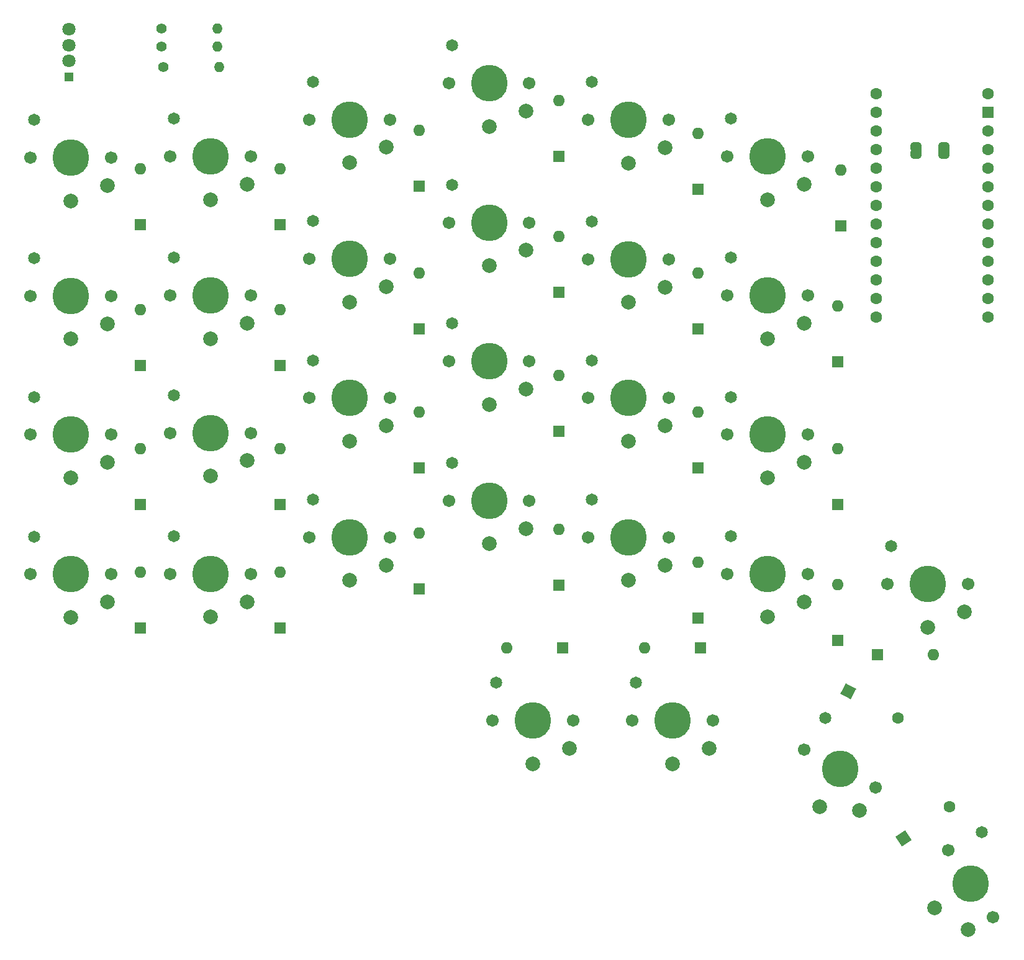
<source format=gbr>
%TF.GenerationSoftware,KiCad,Pcbnew,9.0.1*%
%TF.CreationDate,2025-07-05T21:54:22+02:00*%
%TF.ProjectId,LQS-keyboard,4c51532d-6b65-4796-926f-6172642e6b69,rev?*%
%TF.SameCoordinates,Original*%
%TF.FileFunction,Soldermask,Top*%
%TF.FilePolarity,Negative*%
%FSLAX46Y46*%
G04 Gerber Fmt 4.6, Leading zero omitted, Abs format (unit mm)*
G04 Created by KiCad (PCBNEW 9.0.1) date 2025-07-05 21:54:22*
%MOMM*%
%LPD*%
G01*
G04 APERTURE LIST*
G04 Aperture macros list*
%AMHorizOval*
0 Thick line with rounded ends*
0 $1 width*
0 $2 $3 position (X,Y) of the first rounded end (center of the circle)*
0 $4 $5 position (X,Y) of the second rounded end (center of the circle)*
0 Add line between two ends*
20,1,$1,$2,$3,$4,$5,0*
0 Add two circle primitives to create the rounded ends*
1,1,$1,$2,$3*
1,1,$1,$4,$5*%
%AMRotRect*
0 Rectangle, with rotation*
0 The origin of the aperture is its center*
0 $1 length*
0 $2 width*
0 $3 Rotation angle, in degrees counterclockwise*
0 Add horizontal line*
21,1,$1,$2,0,0,$3*%
%AMFreePoly0*
4,1,23,0.500000,-0.750000,0.000000,-0.750000,0.000000,-0.745722,-0.065263,-0.745722,-0.191342,-0.711940,-0.304381,-0.646677,-0.396677,-0.554381,-0.461940,-0.441342,-0.495722,-0.315263,-0.495722,-0.250000,-0.500000,-0.250000,-0.500000,0.250000,-0.495722,0.250000,-0.495722,0.315263,-0.461940,0.441342,-0.396677,0.554381,-0.304381,0.646677,-0.191342,0.711940,-0.065263,0.745722,0.000000,0.745722,
0.000000,0.750000,0.500000,0.750000,0.500000,-0.750000,0.500000,-0.750000,$1*%
%AMFreePoly1*
4,1,23,0.000000,0.745722,0.065263,0.745722,0.191342,0.711940,0.304381,0.646677,0.396677,0.554381,0.461940,0.441342,0.495722,0.315263,0.495722,0.250000,0.500000,0.250000,0.500000,-0.250000,0.495722,-0.250000,0.495722,-0.315263,0.461940,-0.441342,0.396677,-0.554381,0.304381,-0.646677,0.191342,-0.711940,0.065263,-0.745722,0.000000,-0.745722,0.000000,-0.750000,-0.500000,-0.750000,
-0.500000,0.750000,0.000000,0.750000,0.000000,0.745722,0.000000,0.745722,$1*%
G04 Aperture macros list end*
%ADD10R,1.300000X1.300000*%
%ADD11C,1.800000*%
%ADD12RotRect,1.600000X1.600000X332.000000*%
%ADD13HorizOval,1.600000X0.000000X0.000000X0.000000X0.000000X0*%
%ADD14C,1.701800*%
%ADD15C,1.650000*%
%ADD16C,5.000000*%
%ADD17C,2.000000*%
%ADD18R,1.600000X1.600000*%
%ADD19O,1.600000X1.600000*%
%ADD20C,1.400000*%
%ADD21O,1.400000X1.400000*%
%ADD22FreePoly0,90.000000*%
%ADD23FreePoly1,90.000000*%
%ADD24C,1.600000*%
%ADD25RotRect,1.600000X1.600000X34.000000*%
%ADD26HorizOval,1.600000X0.000000X0.000000X0.000000X0.000000X0*%
G04 APERTURE END LIST*
%TO.C,JP2*%
G36*
X181250000Y-43800000D02*
G01*
X182750000Y-43800000D01*
X182750000Y-43500000D01*
X181250000Y-43500000D01*
X181250000Y-43800000D01*
G37*
%TO.C,JP1*%
G36*
X177500000Y-43800000D02*
G01*
X179000000Y-43800000D01*
X179000000Y-43500000D01*
X177500000Y-43500000D01*
X177500000Y-43800000D01*
G37*
%TD*%
D10*
%TO.C,D30*%
X62750000Y-33613000D03*
D11*
X62750000Y-31454000D03*
X62750000Y-29295000D03*
X62750000Y-27136000D03*
%TD*%
D12*
%TO.C,D28*%
X169000000Y-117500000D03*
D13*
X175728061Y-121077373D03*
%TD*%
D14*
%TO.C,SW19*%
X57500000Y-101500000D03*
D15*
X58000000Y-96350000D03*
D16*
X63000000Y-101500000D03*
D14*
X68500000Y-101500000D03*
D17*
X63000000Y-107400000D03*
X68000000Y-105300000D03*
%TD*%
D18*
%TO.C,D18*%
X167500000Y-92000000D03*
D19*
X167500000Y-84380000D03*
%TD*%
D14*
%TO.C,SW22*%
X114500001Y-91442194D03*
D15*
X115000001Y-86292194D03*
D16*
X120000001Y-91442194D03*
D14*
X125500001Y-91442194D03*
D17*
X120000001Y-97342194D03*
X125000001Y-95242194D03*
%TD*%
D18*
%TO.C,D8*%
X91500000Y-73000000D03*
D19*
X91500000Y-65380000D03*
%TD*%
D18*
%TO.C,D23*%
X148500000Y-107500000D03*
D19*
X148500000Y-99880000D03*
%TD*%
D14*
%TO.C,SW6*%
X152500000Y-44500000D03*
D15*
X153000000Y-39350000D03*
D16*
X158000000Y-44500000D03*
D14*
X163500000Y-44500000D03*
D17*
X158000000Y-50400000D03*
X163000000Y-48300000D03*
%TD*%
D18*
%TO.C,D1*%
X72500000Y-53809999D03*
D19*
X72500000Y-46189999D03*
%TD*%
D20*
%TO.C,R1*%
X75630000Y-32250000D03*
D21*
X83250000Y-32250000D03*
%TD*%
D14*
%TO.C,SW9*%
X95500001Y-58442194D03*
D15*
X96000001Y-53292194D03*
D16*
X101000001Y-58442194D03*
D14*
X106500001Y-58442194D03*
D17*
X101000001Y-64342194D03*
X106000001Y-62242194D03*
%TD*%
D14*
%TO.C,SW16*%
X114500001Y-72442194D03*
D15*
X115000001Y-67292194D03*
D16*
X120000001Y-72442194D03*
D14*
X125500001Y-72442194D03*
D17*
X120000001Y-78342194D03*
X125000001Y-76242194D03*
%TD*%
D14*
%TO.C,SW14*%
X76500000Y-82200000D03*
D15*
X77000000Y-77050000D03*
D16*
X82000000Y-82200000D03*
D14*
X87500000Y-82200000D03*
D17*
X82000000Y-88100000D03*
X87000000Y-86000000D03*
%TD*%
D14*
%TO.C,SW25*%
X174281626Y-102817528D03*
D15*
X174781626Y-97667528D03*
D16*
X179781626Y-102817528D03*
D14*
X185281626Y-102817528D03*
D17*
X179781626Y-108717528D03*
X184781626Y-106617528D03*
%TD*%
D18*
%TO.C,D3*%
X110500000Y-48500000D03*
D19*
X110500000Y-40880000D03*
%TD*%
D18*
%TO.C,D2*%
X91500000Y-53810000D03*
D19*
X91500000Y-46190000D03*
%TD*%
D22*
%TO.C,JP2*%
X182000000Y-44300000D03*
D23*
X182000000Y-43000000D03*
%TD*%
D14*
%TO.C,SW26*%
X120500001Y-121442194D03*
D15*
X121000001Y-116292194D03*
D16*
X126000001Y-121442194D03*
D14*
X131500001Y-121442194D03*
D17*
X126000001Y-127342194D03*
X131000001Y-125242194D03*
%TD*%
D18*
%TO.C,D10*%
X129500000Y-63000000D03*
D19*
X129500000Y-55380000D03*
%TD*%
D14*
%TO.C,SW8*%
X76500001Y-63442194D03*
D15*
X77000001Y-58292194D03*
D16*
X82000001Y-63442194D03*
D14*
X87500001Y-63442194D03*
D17*
X82000001Y-69342194D03*
X87000001Y-67242194D03*
%TD*%
D20*
%TO.C,R2*%
X75380000Y-29500000D03*
D21*
X83000000Y-29500000D03*
%TD*%
D14*
%TO.C,SW20*%
X76500001Y-101442194D03*
D15*
X77000001Y-96292194D03*
D16*
X82000001Y-101442194D03*
D14*
X87500001Y-101442194D03*
D17*
X82000001Y-107342194D03*
X87000001Y-105242194D03*
%TD*%
D18*
%TO.C,D13*%
X72500000Y-92000000D03*
D19*
X72500000Y-84380000D03*
%TD*%
D14*
%TO.C,SW13*%
X57500001Y-82442194D03*
D15*
X58000001Y-77292194D03*
D16*
X63000001Y-82442194D03*
D14*
X68500001Y-82442194D03*
D17*
X63000001Y-88342194D03*
X68000001Y-86242194D03*
%TD*%
D22*
%TO.C,JP1*%
X178250000Y-44300000D03*
D23*
X178250000Y-43000000D03*
%TD*%
D18*
%TO.C,D11*%
X148500000Y-68000000D03*
D19*
X148500000Y-60380000D03*
%TD*%
D18*
%TO.C,D5*%
X148500000Y-49000000D03*
D19*
X148500000Y-41380000D03*
%TD*%
D24*
%TO.C,U2*%
X172750000Y-38460000D03*
X172750000Y-41000000D03*
X172750000Y-43540000D03*
X172750000Y-46080000D03*
X172750000Y-48620000D03*
X172750000Y-51160000D03*
X172750000Y-53700000D03*
X172750000Y-56240000D03*
X172750000Y-58780000D03*
X172750000Y-61320000D03*
X172750000Y-63860000D03*
X172750000Y-66400000D03*
X187990000Y-66400000D03*
X187990000Y-63860000D03*
X187990000Y-61320000D03*
X187990000Y-58780000D03*
X187990000Y-56240000D03*
X187990000Y-53700000D03*
X187990000Y-51160000D03*
X187990000Y-48620000D03*
X187990000Y-46080000D03*
X187990000Y-43540000D03*
X187990000Y-41000000D03*
D18*
X187990000Y-38460000D03*
D24*
X172750000Y-35920000D03*
X187990000Y-35920000D03*
%TD*%
D18*
%TO.C,D25*%
X172940000Y-112500000D03*
D19*
X180560000Y-112500000D03*
%TD*%
D14*
%TO.C,SW28*%
X162993667Y-125429863D03*
D15*
X165852920Y-121117419D03*
D16*
X167849879Y-128011957D03*
D14*
X172706091Y-130594051D03*
D17*
X165079997Y-133221348D03*
X170480625Y-133714516D03*
%TD*%
D14*
%TO.C,SW4*%
X114500000Y-34500000D03*
D15*
X115000000Y-29350000D03*
D16*
X120000000Y-34500000D03*
D14*
X125500000Y-34500000D03*
D17*
X120000000Y-40400000D03*
X125000000Y-38300000D03*
%TD*%
D14*
%TO.C,SW1*%
X57500000Y-44650000D03*
D15*
X58000000Y-39500000D03*
D16*
X63000000Y-44650000D03*
D14*
X68500000Y-44650000D03*
D17*
X63000000Y-50550000D03*
X68000000Y-48450000D03*
%TD*%
D14*
%TO.C,SW17*%
X133500001Y-77442194D03*
D15*
X134000001Y-72292194D03*
D16*
X139000001Y-77442194D03*
D14*
X144500001Y-77442194D03*
D17*
X139000001Y-83342194D03*
X144000001Y-81242194D03*
%TD*%
D18*
%TO.C,D22*%
X129500000Y-103000000D03*
D19*
X129500000Y-95380000D03*
%TD*%
D14*
%TO.C,SW3*%
X95500001Y-39442194D03*
D15*
X96000001Y-34292194D03*
D16*
X101000001Y-39442194D03*
D14*
X106500001Y-39442194D03*
D17*
X101000001Y-45342194D03*
X106000001Y-43242194D03*
%TD*%
D14*
%TO.C,SW27*%
X139500001Y-121442194D03*
D15*
X140000001Y-116292194D03*
D16*
X145000001Y-121442194D03*
D14*
X150500001Y-121442194D03*
D17*
X145000001Y-127342194D03*
X150000001Y-125242194D03*
%TD*%
D18*
%TO.C,D17*%
X148500000Y-87000000D03*
D19*
X148500000Y-79380000D03*
%TD*%
D18*
%TO.C,D6*%
X168000000Y-54000000D03*
D19*
X168000000Y-46380000D03*
%TD*%
D18*
%TO.C,D19*%
X72500000Y-108810000D03*
D19*
X72500000Y-101190000D03*
%TD*%
D18*
%TO.C,D16*%
X129500000Y-82000000D03*
D19*
X129500000Y-74380000D03*
%TD*%
D18*
%TO.C,D27*%
X148810000Y-111500000D03*
D19*
X141190000Y-111500000D03*
%TD*%
D18*
%TO.C,D4*%
X129500000Y-44500000D03*
D19*
X129500000Y-36880000D03*
%TD*%
D14*
%TO.C,SW2*%
X76500000Y-44500000D03*
D15*
X77000000Y-39350000D03*
D16*
X82000000Y-44500000D03*
D14*
X87500000Y-44500000D03*
D17*
X82000000Y-50400000D03*
X87000000Y-48300000D03*
%TD*%
D25*
%TO.C,D29*%
X176500000Y-137500000D03*
D26*
X182817266Y-133238950D03*
%TD*%
D14*
%TO.C,SW12*%
X152500001Y-63442194D03*
D15*
X153000001Y-58292194D03*
D16*
X158000001Y-63442194D03*
D14*
X163500001Y-63442194D03*
D17*
X158000001Y-69342194D03*
X163000001Y-67242194D03*
%TD*%
D18*
%TO.C,D9*%
X110500000Y-68000000D03*
D19*
X110500000Y-60380000D03*
%TD*%
D14*
%TO.C,SW5*%
X133500000Y-39500000D03*
D15*
X134000000Y-34350000D03*
D16*
X139000000Y-39500000D03*
D14*
X144500000Y-39500000D03*
D17*
X139000000Y-45400000D03*
X144000000Y-43300000D03*
%TD*%
D18*
%TO.C,D12*%
X167500000Y-72500000D03*
D19*
X167500000Y-64880000D03*
%TD*%
D18*
%TO.C,D14*%
X91500000Y-92000000D03*
D19*
X91500000Y-84380000D03*
%TD*%
D18*
%TO.C,D7*%
X72500000Y-73000000D03*
D19*
X72500000Y-65380000D03*
%TD*%
D14*
%TO.C,SW18*%
X152500001Y-82442194D03*
D15*
X153000001Y-77292194D03*
D16*
X158000001Y-82442194D03*
D14*
X163500001Y-82442194D03*
D17*
X158000001Y-88342194D03*
X163000001Y-86242194D03*
%TD*%
D14*
%TO.C,SW11*%
X133500000Y-58500000D03*
D15*
X134000000Y-53350000D03*
D16*
X139000000Y-58500000D03*
D14*
X144500000Y-58500000D03*
D17*
X139000000Y-64400000D03*
X144000000Y-62300000D03*
%TD*%
D14*
%TO.C,SW10*%
X114500000Y-53500000D03*
D15*
X115000000Y-48350000D03*
D16*
X120000000Y-53500000D03*
D14*
X125500000Y-53500000D03*
D17*
X120000000Y-59400000D03*
X125000000Y-57300000D03*
%TD*%
D14*
%TO.C,SW23*%
X133500001Y-96442194D03*
D15*
X134000001Y-91292194D03*
D16*
X139000001Y-96442194D03*
D14*
X144500001Y-96442194D03*
D17*
X139000001Y-102342194D03*
X144000001Y-100242194D03*
%TD*%
D18*
%TO.C,D21*%
X110500000Y-103500000D03*
D19*
X110500000Y-95880000D03*
%TD*%
D14*
%TO.C,SW15*%
X95500001Y-77442194D03*
D15*
X96000001Y-72292194D03*
D16*
X101000001Y-77442194D03*
D14*
X106500001Y-77442194D03*
D17*
X101000001Y-83342194D03*
X106000001Y-81242194D03*
%TD*%
D14*
%TO.C,SW21*%
X95500001Y-96442194D03*
D15*
X96000001Y-91292194D03*
D16*
X101000001Y-96442194D03*
D14*
X106500001Y-96442194D03*
D17*
X101000001Y-102342194D03*
X106000001Y-100242194D03*
%TD*%
D14*
%TO.C,SW29*%
X182593695Y-139171350D03*
D15*
X187142835Y-136706026D03*
D16*
X185669256Y-143731057D03*
D14*
X188744817Y-148290764D03*
D17*
X180777934Y-147030295D03*
X185314878Y-150001178D03*
%TD*%
D14*
%TO.C,SW7*%
X57500000Y-63500000D03*
D15*
X58000000Y-58350000D03*
D16*
X63000000Y-63500000D03*
D14*
X68500000Y-63500000D03*
D17*
X63000000Y-69400000D03*
X68000000Y-67300000D03*
%TD*%
D18*
%TO.C,D26*%
X130000000Y-111500000D03*
D19*
X122380000Y-111500000D03*
%TD*%
D18*
%TO.C,D24*%
X167500000Y-110500000D03*
D19*
X167500000Y-102880000D03*
%TD*%
D20*
%TO.C,R3*%
X75380000Y-27000000D03*
D21*
X83000000Y-27000000D03*
%TD*%
D18*
%TO.C,D20*%
X91500000Y-108810000D03*
D19*
X91500000Y-101190000D03*
%TD*%
D14*
%TO.C,SW24*%
X152500001Y-101442194D03*
D15*
X153000001Y-96292194D03*
D16*
X158000001Y-101442194D03*
D14*
X163500001Y-101442194D03*
D17*
X158000001Y-107342194D03*
X163000001Y-105242194D03*
%TD*%
D18*
%TO.C,D15*%
X110500000Y-87000000D03*
D19*
X110500000Y-79380000D03*
%TD*%
M02*

</source>
